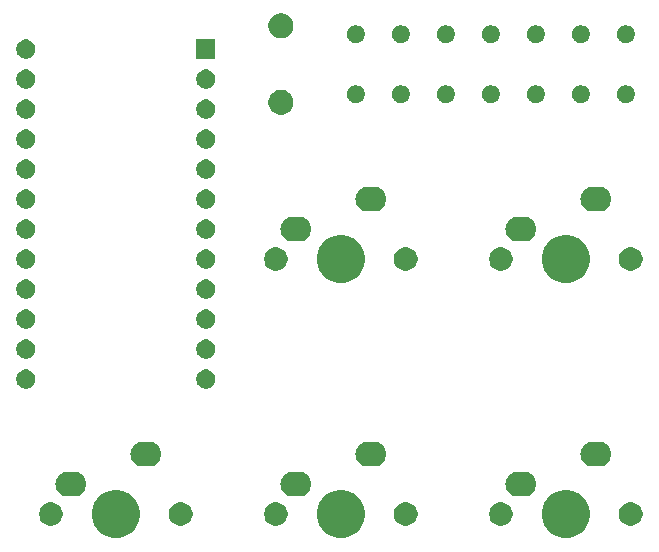
<source format=gbr>
G04 #@! TF.GenerationSoftware,KiCad,Pcbnew,(5.1.2)-1*
G04 #@! TF.CreationDate,2022-03-23T05:24:54+09:00*
G04 #@! TF.ProjectId,pcb,7063622e-6b69-4636-9164-5f7063625858,rev?*
G04 #@! TF.SameCoordinates,Original*
G04 #@! TF.FileFunction,Soldermask,Bot*
G04 #@! TF.FilePolarity,Negative*
%FSLAX46Y46*%
G04 Gerber Fmt 4.6, Leading zero omitted, Abs format (unit mm)*
G04 Created by KiCad (PCBNEW (5.1.2)-1) date 2022-03-23 05:24:54*
%MOMM*%
%LPD*%
G04 APERTURE LIST*
%ADD10C,0.100000*%
G04 APERTURE END LIST*
D10*
G36*
X79338254Y-177097818D02*
G01*
X79711511Y-177252426D01*
X79711513Y-177252427D01*
X79747937Y-177276765D01*
X80047436Y-177476884D01*
X80333116Y-177762564D01*
X80557574Y-178098489D01*
X80712182Y-178471746D01*
X80791000Y-178867993D01*
X80791000Y-179272007D01*
X80712182Y-179668254D01*
X80561293Y-180032532D01*
X80557573Y-180041513D01*
X80333116Y-180377436D01*
X80047436Y-180663116D01*
X79711513Y-180887573D01*
X79711512Y-180887574D01*
X79711511Y-180887574D01*
X79338254Y-181042182D01*
X78942007Y-181121000D01*
X78537993Y-181121000D01*
X78141746Y-181042182D01*
X77768489Y-180887574D01*
X77768488Y-180887574D01*
X77768487Y-180887573D01*
X77432564Y-180663116D01*
X77146884Y-180377436D01*
X76922427Y-180041513D01*
X76918707Y-180032532D01*
X76767818Y-179668254D01*
X76689000Y-179272007D01*
X76689000Y-178867993D01*
X76767818Y-178471746D01*
X76922426Y-178098489D01*
X77146884Y-177762564D01*
X77432564Y-177476884D01*
X77732063Y-177276765D01*
X77768487Y-177252427D01*
X77768489Y-177252426D01*
X78141746Y-177097818D01*
X78537993Y-177019000D01*
X78942007Y-177019000D01*
X79338254Y-177097818D01*
X79338254Y-177097818D01*
G37*
G36*
X60288254Y-177097818D02*
G01*
X60661511Y-177252426D01*
X60661513Y-177252427D01*
X60697937Y-177276765D01*
X60997436Y-177476884D01*
X61283116Y-177762564D01*
X61507574Y-178098489D01*
X61662182Y-178471746D01*
X61741000Y-178867993D01*
X61741000Y-179272007D01*
X61662182Y-179668254D01*
X61511293Y-180032532D01*
X61507573Y-180041513D01*
X61283116Y-180377436D01*
X60997436Y-180663116D01*
X60661513Y-180887573D01*
X60661512Y-180887574D01*
X60661511Y-180887574D01*
X60288254Y-181042182D01*
X59892007Y-181121000D01*
X59487993Y-181121000D01*
X59091746Y-181042182D01*
X58718489Y-180887574D01*
X58718488Y-180887574D01*
X58718487Y-180887573D01*
X58382564Y-180663116D01*
X58096884Y-180377436D01*
X57872427Y-180041513D01*
X57868707Y-180032532D01*
X57717818Y-179668254D01*
X57639000Y-179272007D01*
X57639000Y-178867993D01*
X57717818Y-178471746D01*
X57872426Y-178098489D01*
X58096884Y-177762564D01*
X58382564Y-177476884D01*
X58682063Y-177276765D01*
X58718487Y-177252427D01*
X58718489Y-177252426D01*
X59091746Y-177097818D01*
X59487993Y-177019000D01*
X59892007Y-177019000D01*
X60288254Y-177097818D01*
X60288254Y-177097818D01*
G37*
G36*
X41238254Y-177097818D02*
G01*
X41611511Y-177252426D01*
X41611513Y-177252427D01*
X41647937Y-177276765D01*
X41947436Y-177476884D01*
X42233116Y-177762564D01*
X42457574Y-178098489D01*
X42612182Y-178471746D01*
X42691000Y-178867993D01*
X42691000Y-179272007D01*
X42612182Y-179668254D01*
X42461293Y-180032532D01*
X42457573Y-180041513D01*
X42233116Y-180377436D01*
X41947436Y-180663116D01*
X41611513Y-180887573D01*
X41611512Y-180887574D01*
X41611511Y-180887574D01*
X41238254Y-181042182D01*
X40842007Y-181121000D01*
X40437993Y-181121000D01*
X40041746Y-181042182D01*
X39668489Y-180887574D01*
X39668488Y-180887574D01*
X39668487Y-180887573D01*
X39332564Y-180663116D01*
X39046884Y-180377436D01*
X38822427Y-180041513D01*
X38818707Y-180032532D01*
X38667818Y-179668254D01*
X38589000Y-179272007D01*
X38589000Y-178867993D01*
X38667818Y-178471746D01*
X38822426Y-178098489D01*
X39046884Y-177762564D01*
X39332564Y-177476884D01*
X39632063Y-177276765D01*
X39668487Y-177252427D01*
X39668489Y-177252426D01*
X40041746Y-177097818D01*
X40437993Y-177019000D01*
X40842007Y-177019000D01*
X41238254Y-177097818D01*
X41238254Y-177097818D01*
G37*
G36*
X65385285Y-178088234D02*
G01*
X65481981Y-178107468D01*
X65664151Y-178182926D01*
X65828100Y-178292473D01*
X65967527Y-178431900D01*
X66077074Y-178595849D01*
X66152532Y-178778019D01*
X66191000Y-178971410D01*
X66191000Y-179168590D01*
X66152532Y-179361981D01*
X66077074Y-179544151D01*
X65967527Y-179708100D01*
X65828100Y-179847527D01*
X65664151Y-179957074D01*
X65481981Y-180032532D01*
X65288591Y-180071000D01*
X65091409Y-180071000D01*
X64898019Y-180032532D01*
X64715849Y-179957074D01*
X64551900Y-179847527D01*
X64412473Y-179708100D01*
X64302926Y-179544151D01*
X64227468Y-179361981D01*
X64189000Y-179168590D01*
X64189000Y-178971410D01*
X64227468Y-178778019D01*
X64302926Y-178595849D01*
X64412473Y-178431900D01*
X64551900Y-178292473D01*
X64715849Y-178182926D01*
X64898019Y-178107468D01*
X64994715Y-178088234D01*
X65091409Y-178069000D01*
X65288591Y-178069000D01*
X65385285Y-178088234D01*
X65385285Y-178088234D01*
G37*
G36*
X84435285Y-178088234D02*
G01*
X84531981Y-178107468D01*
X84714151Y-178182926D01*
X84878100Y-178292473D01*
X85017527Y-178431900D01*
X85127074Y-178595849D01*
X85202532Y-178778019D01*
X85241000Y-178971410D01*
X85241000Y-179168590D01*
X85202532Y-179361981D01*
X85127074Y-179544151D01*
X85017527Y-179708100D01*
X84878100Y-179847527D01*
X84714151Y-179957074D01*
X84531981Y-180032532D01*
X84338591Y-180071000D01*
X84141409Y-180071000D01*
X83948019Y-180032532D01*
X83765849Y-179957074D01*
X83601900Y-179847527D01*
X83462473Y-179708100D01*
X83352926Y-179544151D01*
X83277468Y-179361981D01*
X83239000Y-179168590D01*
X83239000Y-178971410D01*
X83277468Y-178778019D01*
X83352926Y-178595849D01*
X83462473Y-178431900D01*
X83601900Y-178292473D01*
X83765849Y-178182926D01*
X83948019Y-178107468D01*
X84044715Y-178088234D01*
X84141409Y-178069000D01*
X84338591Y-178069000D01*
X84435285Y-178088234D01*
X84435285Y-178088234D01*
G37*
G36*
X73435285Y-178088234D02*
G01*
X73531981Y-178107468D01*
X73714151Y-178182926D01*
X73878100Y-178292473D01*
X74017527Y-178431900D01*
X74127074Y-178595849D01*
X74202532Y-178778019D01*
X74241000Y-178971410D01*
X74241000Y-179168590D01*
X74202532Y-179361981D01*
X74127074Y-179544151D01*
X74017527Y-179708100D01*
X73878100Y-179847527D01*
X73714151Y-179957074D01*
X73531981Y-180032532D01*
X73338591Y-180071000D01*
X73141409Y-180071000D01*
X72948019Y-180032532D01*
X72765849Y-179957074D01*
X72601900Y-179847527D01*
X72462473Y-179708100D01*
X72352926Y-179544151D01*
X72277468Y-179361981D01*
X72239000Y-179168590D01*
X72239000Y-178971410D01*
X72277468Y-178778019D01*
X72352926Y-178595849D01*
X72462473Y-178431900D01*
X72601900Y-178292473D01*
X72765849Y-178182926D01*
X72948019Y-178107468D01*
X73044715Y-178088234D01*
X73141409Y-178069000D01*
X73338591Y-178069000D01*
X73435285Y-178088234D01*
X73435285Y-178088234D01*
G37*
G36*
X46335285Y-178088234D02*
G01*
X46431981Y-178107468D01*
X46614151Y-178182926D01*
X46778100Y-178292473D01*
X46917527Y-178431900D01*
X47027074Y-178595849D01*
X47102532Y-178778019D01*
X47141000Y-178971410D01*
X47141000Y-179168590D01*
X47102532Y-179361981D01*
X47027074Y-179544151D01*
X46917527Y-179708100D01*
X46778100Y-179847527D01*
X46614151Y-179957074D01*
X46431981Y-180032532D01*
X46238591Y-180071000D01*
X46041409Y-180071000D01*
X45848019Y-180032532D01*
X45665849Y-179957074D01*
X45501900Y-179847527D01*
X45362473Y-179708100D01*
X45252926Y-179544151D01*
X45177468Y-179361981D01*
X45139000Y-179168590D01*
X45139000Y-178971410D01*
X45177468Y-178778019D01*
X45252926Y-178595849D01*
X45362473Y-178431900D01*
X45501900Y-178292473D01*
X45665849Y-178182926D01*
X45848019Y-178107468D01*
X45944715Y-178088234D01*
X46041409Y-178069000D01*
X46238591Y-178069000D01*
X46335285Y-178088234D01*
X46335285Y-178088234D01*
G37*
G36*
X35335285Y-178088234D02*
G01*
X35431981Y-178107468D01*
X35614151Y-178182926D01*
X35778100Y-178292473D01*
X35917527Y-178431900D01*
X36027074Y-178595849D01*
X36102532Y-178778019D01*
X36141000Y-178971410D01*
X36141000Y-179168590D01*
X36102532Y-179361981D01*
X36027074Y-179544151D01*
X35917527Y-179708100D01*
X35778100Y-179847527D01*
X35614151Y-179957074D01*
X35431981Y-180032532D01*
X35238591Y-180071000D01*
X35041409Y-180071000D01*
X34848019Y-180032532D01*
X34665849Y-179957074D01*
X34501900Y-179847527D01*
X34362473Y-179708100D01*
X34252926Y-179544151D01*
X34177468Y-179361981D01*
X34139000Y-179168590D01*
X34139000Y-178971410D01*
X34177468Y-178778019D01*
X34252926Y-178595849D01*
X34362473Y-178431900D01*
X34501900Y-178292473D01*
X34665849Y-178182926D01*
X34848019Y-178107468D01*
X34944715Y-178088234D01*
X35041409Y-178069000D01*
X35238591Y-178069000D01*
X35335285Y-178088234D01*
X35335285Y-178088234D01*
G37*
G36*
X54385285Y-178088234D02*
G01*
X54481981Y-178107468D01*
X54664151Y-178182926D01*
X54828100Y-178292473D01*
X54967527Y-178431900D01*
X55077074Y-178595849D01*
X55152532Y-178778019D01*
X55191000Y-178971410D01*
X55191000Y-179168590D01*
X55152532Y-179361981D01*
X55077074Y-179544151D01*
X54967527Y-179708100D01*
X54828100Y-179847527D01*
X54664151Y-179957074D01*
X54481981Y-180032532D01*
X54288591Y-180071000D01*
X54091409Y-180071000D01*
X53898019Y-180032532D01*
X53715849Y-179957074D01*
X53551900Y-179847527D01*
X53412473Y-179708100D01*
X53302926Y-179544151D01*
X53227468Y-179361981D01*
X53189000Y-179168590D01*
X53189000Y-178971410D01*
X53227468Y-178778019D01*
X53302926Y-178595849D01*
X53412473Y-178431900D01*
X53551900Y-178292473D01*
X53715849Y-178182926D01*
X53898019Y-178107468D01*
X53994715Y-178088234D01*
X54091409Y-178069000D01*
X54288591Y-178069000D01*
X54385285Y-178088234D01*
X54385285Y-178088234D01*
G37*
G36*
X37183097Y-175484069D02*
G01*
X37286032Y-175494207D01*
X37484146Y-175554305D01*
X37484149Y-175554306D01*
X37580975Y-175606061D01*
X37666729Y-175651897D01*
X37826765Y-175783235D01*
X37958103Y-175943271D01*
X38003939Y-176029025D01*
X38055694Y-176125851D01*
X38055695Y-176125854D01*
X38115793Y-176323968D01*
X38136085Y-176530000D01*
X38115793Y-176736032D01*
X38055695Y-176934146D01*
X38055694Y-176934149D01*
X38010340Y-177019000D01*
X37958103Y-177116729D01*
X37826765Y-177276765D01*
X37666729Y-177408103D01*
X37580975Y-177453939D01*
X37484149Y-177505694D01*
X37484146Y-177505695D01*
X37286032Y-177565793D01*
X37183097Y-177575931D01*
X37131631Y-177581000D01*
X36528369Y-177581000D01*
X36476903Y-177575931D01*
X36373968Y-177565793D01*
X36175854Y-177505695D01*
X36175851Y-177505694D01*
X36079025Y-177453939D01*
X35993271Y-177408103D01*
X35833235Y-177276765D01*
X35701897Y-177116729D01*
X35649660Y-177019000D01*
X35604306Y-176934149D01*
X35604305Y-176934146D01*
X35544207Y-176736032D01*
X35523915Y-176530000D01*
X35544207Y-176323968D01*
X35604305Y-176125854D01*
X35604306Y-176125851D01*
X35656061Y-176029025D01*
X35701897Y-175943271D01*
X35833235Y-175783235D01*
X35993271Y-175651897D01*
X36079025Y-175606061D01*
X36175851Y-175554306D01*
X36175854Y-175554305D01*
X36373968Y-175494207D01*
X36476903Y-175484069D01*
X36528369Y-175479000D01*
X37131631Y-175479000D01*
X37183097Y-175484069D01*
X37183097Y-175484069D01*
G37*
G36*
X56233097Y-175484069D02*
G01*
X56336032Y-175494207D01*
X56534146Y-175554305D01*
X56534149Y-175554306D01*
X56630975Y-175606061D01*
X56716729Y-175651897D01*
X56876765Y-175783235D01*
X57008103Y-175943271D01*
X57053939Y-176029025D01*
X57105694Y-176125851D01*
X57105695Y-176125854D01*
X57165793Y-176323968D01*
X57186085Y-176530000D01*
X57165793Y-176736032D01*
X57105695Y-176934146D01*
X57105694Y-176934149D01*
X57060340Y-177019000D01*
X57008103Y-177116729D01*
X56876765Y-177276765D01*
X56716729Y-177408103D01*
X56630975Y-177453939D01*
X56534149Y-177505694D01*
X56534146Y-177505695D01*
X56336032Y-177565793D01*
X56233097Y-177575931D01*
X56181631Y-177581000D01*
X55578369Y-177581000D01*
X55526903Y-177575931D01*
X55423968Y-177565793D01*
X55225854Y-177505695D01*
X55225851Y-177505694D01*
X55129025Y-177453939D01*
X55043271Y-177408103D01*
X54883235Y-177276765D01*
X54751897Y-177116729D01*
X54699660Y-177019000D01*
X54654306Y-176934149D01*
X54654305Y-176934146D01*
X54594207Y-176736032D01*
X54573915Y-176530000D01*
X54594207Y-176323968D01*
X54654305Y-176125854D01*
X54654306Y-176125851D01*
X54706061Y-176029025D01*
X54751897Y-175943271D01*
X54883235Y-175783235D01*
X55043271Y-175651897D01*
X55129025Y-175606061D01*
X55225851Y-175554306D01*
X55225854Y-175554305D01*
X55423968Y-175494207D01*
X55526903Y-175484069D01*
X55578369Y-175479000D01*
X56181631Y-175479000D01*
X56233097Y-175484069D01*
X56233097Y-175484069D01*
G37*
G36*
X75283097Y-175484069D02*
G01*
X75386032Y-175494207D01*
X75584146Y-175554305D01*
X75584149Y-175554306D01*
X75680975Y-175606061D01*
X75766729Y-175651897D01*
X75926765Y-175783235D01*
X76058103Y-175943271D01*
X76103939Y-176029025D01*
X76155694Y-176125851D01*
X76155695Y-176125854D01*
X76215793Y-176323968D01*
X76236085Y-176530000D01*
X76215793Y-176736032D01*
X76155695Y-176934146D01*
X76155694Y-176934149D01*
X76110340Y-177019000D01*
X76058103Y-177116729D01*
X75926765Y-177276765D01*
X75766729Y-177408103D01*
X75680975Y-177453939D01*
X75584149Y-177505694D01*
X75584146Y-177505695D01*
X75386032Y-177565793D01*
X75283097Y-177575931D01*
X75231631Y-177581000D01*
X74628369Y-177581000D01*
X74576903Y-177575931D01*
X74473968Y-177565793D01*
X74275854Y-177505695D01*
X74275851Y-177505694D01*
X74179025Y-177453939D01*
X74093271Y-177408103D01*
X73933235Y-177276765D01*
X73801897Y-177116729D01*
X73749660Y-177019000D01*
X73704306Y-176934149D01*
X73704305Y-176934146D01*
X73644207Y-176736032D01*
X73623915Y-176530000D01*
X73644207Y-176323968D01*
X73704305Y-176125854D01*
X73704306Y-176125851D01*
X73756061Y-176029025D01*
X73801897Y-175943271D01*
X73933235Y-175783235D01*
X74093271Y-175651897D01*
X74179025Y-175606061D01*
X74275851Y-175554306D01*
X74275854Y-175554305D01*
X74473968Y-175494207D01*
X74576903Y-175484069D01*
X74628369Y-175479000D01*
X75231631Y-175479000D01*
X75283097Y-175484069D01*
X75283097Y-175484069D01*
G37*
G36*
X62583097Y-172944069D02*
G01*
X62686032Y-172954207D01*
X62884146Y-173014305D01*
X62884149Y-173014306D01*
X62980975Y-173066061D01*
X63066729Y-173111897D01*
X63226765Y-173243235D01*
X63358103Y-173403271D01*
X63403939Y-173489025D01*
X63455694Y-173585851D01*
X63455695Y-173585854D01*
X63515793Y-173783968D01*
X63536085Y-173990000D01*
X63515793Y-174196032D01*
X63455695Y-174394146D01*
X63455694Y-174394149D01*
X63403939Y-174490975D01*
X63358103Y-174576729D01*
X63226765Y-174736765D01*
X63066729Y-174868103D01*
X62980975Y-174913939D01*
X62884149Y-174965694D01*
X62884146Y-174965695D01*
X62686032Y-175025793D01*
X62583097Y-175035931D01*
X62531631Y-175041000D01*
X61928369Y-175041000D01*
X61876903Y-175035931D01*
X61773968Y-175025793D01*
X61575854Y-174965695D01*
X61575851Y-174965694D01*
X61479025Y-174913939D01*
X61393271Y-174868103D01*
X61233235Y-174736765D01*
X61101897Y-174576729D01*
X61056061Y-174490975D01*
X61004306Y-174394149D01*
X61004305Y-174394146D01*
X60944207Y-174196032D01*
X60923915Y-173990000D01*
X60944207Y-173783968D01*
X61004305Y-173585854D01*
X61004306Y-173585851D01*
X61056061Y-173489025D01*
X61101897Y-173403271D01*
X61233235Y-173243235D01*
X61393271Y-173111897D01*
X61479025Y-173066061D01*
X61575851Y-173014306D01*
X61575854Y-173014305D01*
X61773968Y-172954207D01*
X61876903Y-172944069D01*
X61928369Y-172939000D01*
X62531631Y-172939000D01*
X62583097Y-172944069D01*
X62583097Y-172944069D01*
G37*
G36*
X81633097Y-172944069D02*
G01*
X81736032Y-172954207D01*
X81934146Y-173014305D01*
X81934149Y-173014306D01*
X82030975Y-173066061D01*
X82116729Y-173111897D01*
X82276765Y-173243235D01*
X82408103Y-173403271D01*
X82453939Y-173489025D01*
X82505694Y-173585851D01*
X82505695Y-173585854D01*
X82565793Y-173783968D01*
X82586085Y-173990000D01*
X82565793Y-174196032D01*
X82505695Y-174394146D01*
X82505694Y-174394149D01*
X82453939Y-174490975D01*
X82408103Y-174576729D01*
X82276765Y-174736765D01*
X82116729Y-174868103D01*
X82030975Y-174913939D01*
X81934149Y-174965694D01*
X81934146Y-174965695D01*
X81736032Y-175025793D01*
X81633097Y-175035931D01*
X81581631Y-175041000D01*
X80978369Y-175041000D01*
X80926903Y-175035931D01*
X80823968Y-175025793D01*
X80625854Y-174965695D01*
X80625851Y-174965694D01*
X80529025Y-174913939D01*
X80443271Y-174868103D01*
X80283235Y-174736765D01*
X80151897Y-174576729D01*
X80106061Y-174490975D01*
X80054306Y-174394149D01*
X80054305Y-174394146D01*
X79994207Y-174196032D01*
X79973915Y-173990000D01*
X79994207Y-173783968D01*
X80054305Y-173585854D01*
X80054306Y-173585851D01*
X80106061Y-173489025D01*
X80151897Y-173403271D01*
X80283235Y-173243235D01*
X80443271Y-173111897D01*
X80529025Y-173066061D01*
X80625851Y-173014306D01*
X80625854Y-173014305D01*
X80823968Y-172954207D01*
X80926903Y-172944069D01*
X80978369Y-172939000D01*
X81581631Y-172939000D01*
X81633097Y-172944069D01*
X81633097Y-172944069D01*
G37*
G36*
X43533097Y-172944069D02*
G01*
X43636032Y-172954207D01*
X43834146Y-173014305D01*
X43834149Y-173014306D01*
X43930975Y-173066061D01*
X44016729Y-173111897D01*
X44176765Y-173243235D01*
X44308103Y-173403271D01*
X44353939Y-173489025D01*
X44405694Y-173585851D01*
X44405695Y-173585854D01*
X44465793Y-173783968D01*
X44486085Y-173990000D01*
X44465793Y-174196032D01*
X44405695Y-174394146D01*
X44405694Y-174394149D01*
X44353939Y-174490975D01*
X44308103Y-174576729D01*
X44176765Y-174736765D01*
X44016729Y-174868103D01*
X43930975Y-174913939D01*
X43834149Y-174965694D01*
X43834146Y-174965695D01*
X43636032Y-175025793D01*
X43533097Y-175035931D01*
X43481631Y-175041000D01*
X42878369Y-175041000D01*
X42826903Y-175035931D01*
X42723968Y-175025793D01*
X42525854Y-174965695D01*
X42525851Y-174965694D01*
X42429025Y-174913939D01*
X42343271Y-174868103D01*
X42183235Y-174736765D01*
X42051897Y-174576729D01*
X42006061Y-174490975D01*
X41954306Y-174394149D01*
X41954305Y-174394146D01*
X41894207Y-174196032D01*
X41873915Y-173990000D01*
X41894207Y-173783968D01*
X41954305Y-173585854D01*
X41954306Y-173585851D01*
X42006061Y-173489025D01*
X42051897Y-173403271D01*
X42183235Y-173243235D01*
X42343271Y-173111897D01*
X42429025Y-173066061D01*
X42525851Y-173014306D01*
X42525854Y-173014305D01*
X42723968Y-172954207D01*
X42826903Y-172944069D01*
X42878369Y-172939000D01*
X43481631Y-172939000D01*
X43533097Y-172944069D01*
X43533097Y-172944069D01*
G37*
G36*
X48497142Y-166858242D02*
G01*
X48645101Y-166919529D01*
X48778255Y-167008499D01*
X48891501Y-167121745D01*
X48980471Y-167254899D01*
X49041758Y-167402858D01*
X49073000Y-167559925D01*
X49073000Y-167720075D01*
X49041758Y-167877142D01*
X48980471Y-168025101D01*
X48891501Y-168158255D01*
X48778255Y-168271501D01*
X48645101Y-168360471D01*
X48497142Y-168421758D01*
X48340075Y-168453000D01*
X48179925Y-168453000D01*
X48022858Y-168421758D01*
X47874899Y-168360471D01*
X47741745Y-168271501D01*
X47628499Y-168158255D01*
X47539529Y-168025101D01*
X47478242Y-167877142D01*
X47447000Y-167720075D01*
X47447000Y-167559925D01*
X47478242Y-167402858D01*
X47539529Y-167254899D01*
X47628499Y-167121745D01*
X47741745Y-167008499D01*
X47874899Y-166919529D01*
X48022858Y-166858242D01*
X48179925Y-166827000D01*
X48340075Y-166827000D01*
X48497142Y-166858242D01*
X48497142Y-166858242D01*
G37*
G36*
X33257142Y-166858242D02*
G01*
X33405101Y-166919529D01*
X33538255Y-167008499D01*
X33651501Y-167121745D01*
X33740471Y-167254899D01*
X33801758Y-167402858D01*
X33833000Y-167559925D01*
X33833000Y-167720075D01*
X33801758Y-167877142D01*
X33740471Y-168025101D01*
X33651501Y-168158255D01*
X33538255Y-168271501D01*
X33405101Y-168360471D01*
X33257142Y-168421758D01*
X33100075Y-168453000D01*
X32939925Y-168453000D01*
X32782858Y-168421758D01*
X32634899Y-168360471D01*
X32501745Y-168271501D01*
X32388499Y-168158255D01*
X32299529Y-168025101D01*
X32238242Y-167877142D01*
X32207000Y-167720075D01*
X32207000Y-167559925D01*
X32238242Y-167402858D01*
X32299529Y-167254899D01*
X32388499Y-167121745D01*
X32501745Y-167008499D01*
X32634899Y-166919529D01*
X32782858Y-166858242D01*
X32939925Y-166827000D01*
X33100075Y-166827000D01*
X33257142Y-166858242D01*
X33257142Y-166858242D01*
G37*
G36*
X33257142Y-164318242D02*
G01*
X33405101Y-164379529D01*
X33538255Y-164468499D01*
X33651501Y-164581745D01*
X33740471Y-164714899D01*
X33801758Y-164862858D01*
X33833000Y-165019925D01*
X33833000Y-165180075D01*
X33801758Y-165337142D01*
X33740471Y-165485101D01*
X33651501Y-165618255D01*
X33538255Y-165731501D01*
X33405101Y-165820471D01*
X33257142Y-165881758D01*
X33100075Y-165913000D01*
X32939925Y-165913000D01*
X32782858Y-165881758D01*
X32634899Y-165820471D01*
X32501745Y-165731501D01*
X32388499Y-165618255D01*
X32299529Y-165485101D01*
X32238242Y-165337142D01*
X32207000Y-165180075D01*
X32207000Y-165019925D01*
X32238242Y-164862858D01*
X32299529Y-164714899D01*
X32388499Y-164581745D01*
X32501745Y-164468499D01*
X32634899Y-164379529D01*
X32782858Y-164318242D01*
X32939925Y-164287000D01*
X33100075Y-164287000D01*
X33257142Y-164318242D01*
X33257142Y-164318242D01*
G37*
G36*
X48497142Y-164318242D02*
G01*
X48645101Y-164379529D01*
X48778255Y-164468499D01*
X48891501Y-164581745D01*
X48980471Y-164714899D01*
X49041758Y-164862858D01*
X49073000Y-165019925D01*
X49073000Y-165180075D01*
X49041758Y-165337142D01*
X48980471Y-165485101D01*
X48891501Y-165618255D01*
X48778255Y-165731501D01*
X48645101Y-165820471D01*
X48497142Y-165881758D01*
X48340075Y-165913000D01*
X48179925Y-165913000D01*
X48022858Y-165881758D01*
X47874899Y-165820471D01*
X47741745Y-165731501D01*
X47628499Y-165618255D01*
X47539529Y-165485101D01*
X47478242Y-165337142D01*
X47447000Y-165180075D01*
X47447000Y-165019925D01*
X47478242Y-164862858D01*
X47539529Y-164714899D01*
X47628499Y-164581745D01*
X47741745Y-164468499D01*
X47874899Y-164379529D01*
X48022858Y-164318242D01*
X48179925Y-164287000D01*
X48340075Y-164287000D01*
X48497142Y-164318242D01*
X48497142Y-164318242D01*
G37*
G36*
X48497142Y-161778242D02*
G01*
X48645101Y-161839529D01*
X48778255Y-161928499D01*
X48891501Y-162041745D01*
X48980471Y-162174899D01*
X49041758Y-162322858D01*
X49073000Y-162479925D01*
X49073000Y-162640075D01*
X49041758Y-162797142D01*
X48980471Y-162945101D01*
X48891501Y-163078255D01*
X48778255Y-163191501D01*
X48645101Y-163280471D01*
X48497142Y-163341758D01*
X48340075Y-163373000D01*
X48179925Y-163373000D01*
X48022858Y-163341758D01*
X47874899Y-163280471D01*
X47741745Y-163191501D01*
X47628499Y-163078255D01*
X47539529Y-162945101D01*
X47478242Y-162797142D01*
X47447000Y-162640075D01*
X47447000Y-162479925D01*
X47478242Y-162322858D01*
X47539529Y-162174899D01*
X47628499Y-162041745D01*
X47741745Y-161928499D01*
X47874899Y-161839529D01*
X48022858Y-161778242D01*
X48179925Y-161747000D01*
X48340075Y-161747000D01*
X48497142Y-161778242D01*
X48497142Y-161778242D01*
G37*
G36*
X33257142Y-161778242D02*
G01*
X33405101Y-161839529D01*
X33538255Y-161928499D01*
X33651501Y-162041745D01*
X33740471Y-162174899D01*
X33801758Y-162322858D01*
X33833000Y-162479925D01*
X33833000Y-162640075D01*
X33801758Y-162797142D01*
X33740471Y-162945101D01*
X33651501Y-163078255D01*
X33538255Y-163191501D01*
X33405101Y-163280471D01*
X33257142Y-163341758D01*
X33100075Y-163373000D01*
X32939925Y-163373000D01*
X32782858Y-163341758D01*
X32634899Y-163280471D01*
X32501745Y-163191501D01*
X32388499Y-163078255D01*
X32299529Y-162945101D01*
X32238242Y-162797142D01*
X32207000Y-162640075D01*
X32207000Y-162479925D01*
X32238242Y-162322858D01*
X32299529Y-162174899D01*
X32388499Y-162041745D01*
X32501745Y-161928499D01*
X32634899Y-161839529D01*
X32782858Y-161778242D01*
X32939925Y-161747000D01*
X33100075Y-161747000D01*
X33257142Y-161778242D01*
X33257142Y-161778242D01*
G37*
G36*
X33257142Y-159238242D02*
G01*
X33405101Y-159299529D01*
X33538255Y-159388499D01*
X33651501Y-159501745D01*
X33740471Y-159634899D01*
X33801758Y-159782858D01*
X33833000Y-159939925D01*
X33833000Y-160100075D01*
X33801758Y-160257142D01*
X33740471Y-160405101D01*
X33651501Y-160538255D01*
X33538255Y-160651501D01*
X33405101Y-160740471D01*
X33257142Y-160801758D01*
X33100075Y-160833000D01*
X32939925Y-160833000D01*
X32782858Y-160801758D01*
X32634899Y-160740471D01*
X32501745Y-160651501D01*
X32388499Y-160538255D01*
X32299529Y-160405101D01*
X32238242Y-160257142D01*
X32207000Y-160100075D01*
X32207000Y-159939925D01*
X32238242Y-159782858D01*
X32299529Y-159634899D01*
X32388499Y-159501745D01*
X32501745Y-159388499D01*
X32634899Y-159299529D01*
X32782858Y-159238242D01*
X32939925Y-159207000D01*
X33100075Y-159207000D01*
X33257142Y-159238242D01*
X33257142Y-159238242D01*
G37*
G36*
X48497142Y-159238242D02*
G01*
X48645101Y-159299529D01*
X48778255Y-159388499D01*
X48891501Y-159501745D01*
X48980471Y-159634899D01*
X49041758Y-159782858D01*
X49073000Y-159939925D01*
X49073000Y-160100075D01*
X49041758Y-160257142D01*
X48980471Y-160405101D01*
X48891501Y-160538255D01*
X48778255Y-160651501D01*
X48645101Y-160740471D01*
X48497142Y-160801758D01*
X48340075Y-160833000D01*
X48179925Y-160833000D01*
X48022858Y-160801758D01*
X47874899Y-160740471D01*
X47741745Y-160651501D01*
X47628499Y-160538255D01*
X47539529Y-160405101D01*
X47478242Y-160257142D01*
X47447000Y-160100075D01*
X47447000Y-159939925D01*
X47478242Y-159782858D01*
X47539529Y-159634899D01*
X47628499Y-159501745D01*
X47741745Y-159388499D01*
X47874899Y-159299529D01*
X48022858Y-159238242D01*
X48179925Y-159207000D01*
X48340075Y-159207000D01*
X48497142Y-159238242D01*
X48497142Y-159238242D01*
G37*
G36*
X60288254Y-155507818D02*
G01*
X60656791Y-155660471D01*
X60661513Y-155662427D01*
X60697937Y-155686765D01*
X60997436Y-155886884D01*
X61283116Y-156172564D01*
X61507574Y-156508489D01*
X61662182Y-156881746D01*
X61741000Y-157277993D01*
X61741000Y-157682007D01*
X61662182Y-158078254D01*
X61511293Y-158442532D01*
X61507573Y-158451513D01*
X61283116Y-158787436D01*
X60997436Y-159073116D01*
X60661513Y-159297573D01*
X60661512Y-159297574D01*
X60661511Y-159297574D01*
X60288254Y-159452182D01*
X59892007Y-159531000D01*
X59487993Y-159531000D01*
X59091746Y-159452182D01*
X58718489Y-159297574D01*
X58718488Y-159297574D01*
X58718487Y-159297573D01*
X58382564Y-159073116D01*
X58096884Y-158787436D01*
X57872427Y-158451513D01*
X57868707Y-158442532D01*
X57717818Y-158078254D01*
X57639000Y-157682007D01*
X57639000Y-157277993D01*
X57717818Y-156881746D01*
X57872426Y-156508489D01*
X58096884Y-156172564D01*
X58382564Y-155886884D01*
X58682063Y-155686765D01*
X58718487Y-155662427D01*
X58723209Y-155660471D01*
X59091746Y-155507818D01*
X59487993Y-155429000D01*
X59892007Y-155429000D01*
X60288254Y-155507818D01*
X60288254Y-155507818D01*
G37*
G36*
X79338254Y-155507818D02*
G01*
X79706791Y-155660471D01*
X79711513Y-155662427D01*
X79747937Y-155686765D01*
X80047436Y-155886884D01*
X80333116Y-156172564D01*
X80557574Y-156508489D01*
X80712182Y-156881746D01*
X80791000Y-157277993D01*
X80791000Y-157682007D01*
X80712182Y-158078254D01*
X80561293Y-158442532D01*
X80557573Y-158451513D01*
X80333116Y-158787436D01*
X80047436Y-159073116D01*
X79711513Y-159297573D01*
X79711512Y-159297574D01*
X79711511Y-159297574D01*
X79338254Y-159452182D01*
X78942007Y-159531000D01*
X78537993Y-159531000D01*
X78141746Y-159452182D01*
X77768489Y-159297574D01*
X77768488Y-159297574D01*
X77768487Y-159297573D01*
X77432564Y-159073116D01*
X77146884Y-158787436D01*
X76922427Y-158451513D01*
X76918707Y-158442532D01*
X76767818Y-158078254D01*
X76689000Y-157682007D01*
X76689000Y-157277993D01*
X76767818Y-156881746D01*
X76922426Y-156508489D01*
X77146884Y-156172564D01*
X77432564Y-155886884D01*
X77732063Y-155686765D01*
X77768487Y-155662427D01*
X77773209Y-155660471D01*
X78141746Y-155507818D01*
X78537993Y-155429000D01*
X78942007Y-155429000D01*
X79338254Y-155507818D01*
X79338254Y-155507818D01*
G37*
G36*
X73435285Y-156498234D02*
G01*
X73531981Y-156517468D01*
X73714151Y-156592926D01*
X73878100Y-156702473D01*
X74017527Y-156841900D01*
X74127074Y-157005849D01*
X74202532Y-157188019D01*
X74241000Y-157381410D01*
X74241000Y-157578590D01*
X74202532Y-157771981D01*
X74127074Y-157954151D01*
X74017527Y-158118100D01*
X73878100Y-158257527D01*
X73714151Y-158367074D01*
X73531981Y-158442532D01*
X73338591Y-158481000D01*
X73141409Y-158481000D01*
X72948019Y-158442532D01*
X72765849Y-158367074D01*
X72601900Y-158257527D01*
X72462473Y-158118100D01*
X72352926Y-157954151D01*
X72277468Y-157771981D01*
X72239000Y-157578590D01*
X72239000Y-157381410D01*
X72277468Y-157188019D01*
X72352926Y-157005849D01*
X72462473Y-156841900D01*
X72601900Y-156702473D01*
X72765849Y-156592926D01*
X72948019Y-156517468D01*
X73044715Y-156498234D01*
X73141409Y-156479000D01*
X73338591Y-156479000D01*
X73435285Y-156498234D01*
X73435285Y-156498234D01*
G37*
G36*
X65385285Y-156498234D02*
G01*
X65481981Y-156517468D01*
X65664151Y-156592926D01*
X65828100Y-156702473D01*
X65967527Y-156841900D01*
X66077074Y-157005849D01*
X66152532Y-157188019D01*
X66191000Y-157381410D01*
X66191000Y-157578590D01*
X66152532Y-157771981D01*
X66077074Y-157954151D01*
X65967527Y-158118100D01*
X65828100Y-158257527D01*
X65664151Y-158367074D01*
X65481981Y-158442532D01*
X65288591Y-158481000D01*
X65091409Y-158481000D01*
X64898019Y-158442532D01*
X64715849Y-158367074D01*
X64551900Y-158257527D01*
X64412473Y-158118100D01*
X64302926Y-157954151D01*
X64227468Y-157771981D01*
X64189000Y-157578590D01*
X64189000Y-157381410D01*
X64227468Y-157188019D01*
X64302926Y-157005849D01*
X64412473Y-156841900D01*
X64551900Y-156702473D01*
X64715849Y-156592926D01*
X64898019Y-156517468D01*
X64994715Y-156498234D01*
X65091409Y-156479000D01*
X65288591Y-156479000D01*
X65385285Y-156498234D01*
X65385285Y-156498234D01*
G37*
G36*
X54385285Y-156498234D02*
G01*
X54481981Y-156517468D01*
X54664151Y-156592926D01*
X54828100Y-156702473D01*
X54967527Y-156841900D01*
X55077074Y-157005849D01*
X55152532Y-157188019D01*
X55191000Y-157381410D01*
X55191000Y-157578590D01*
X55152532Y-157771981D01*
X55077074Y-157954151D01*
X54967527Y-158118100D01*
X54828100Y-158257527D01*
X54664151Y-158367074D01*
X54481981Y-158442532D01*
X54288591Y-158481000D01*
X54091409Y-158481000D01*
X53898019Y-158442532D01*
X53715849Y-158367074D01*
X53551900Y-158257527D01*
X53412473Y-158118100D01*
X53302926Y-157954151D01*
X53227468Y-157771981D01*
X53189000Y-157578590D01*
X53189000Y-157381410D01*
X53227468Y-157188019D01*
X53302926Y-157005849D01*
X53412473Y-156841900D01*
X53551900Y-156702473D01*
X53715849Y-156592926D01*
X53898019Y-156517468D01*
X53994715Y-156498234D01*
X54091409Y-156479000D01*
X54288591Y-156479000D01*
X54385285Y-156498234D01*
X54385285Y-156498234D01*
G37*
G36*
X84435285Y-156498234D02*
G01*
X84531981Y-156517468D01*
X84714151Y-156592926D01*
X84878100Y-156702473D01*
X85017527Y-156841900D01*
X85127074Y-157005849D01*
X85202532Y-157188019D01*
X85241000Y-157381410D01*
X85241000Y-157578590D01*
X85202532Y-157771981D01*
X85127074Y-157954151D01*
X85017527Y-158118100D01*
X84878100Y-158257527D01*
X84714151Y-158367074D01*
X84531981Y-158442532D01*
X84338591Y-158481000D01*
X84141409Y-158481000D01*
X83948019Y-158442532D01*
X83765849Y-158367074D01*
X83601900Y-158257527D01*
X83462473Y-158118100D01*
X83352926Y-157954151D01*
X83277468Y-157771981D01*
X83239000Y-157578590D01*
X83239000Y-157381410D01*
X83277468Y-157188019D01*
X83352926Y-157005849D01*
X83462473Y-156841900D01*
X83601900Y-156702473D01*
X83765849Y-156592926D01*
X83948019Y-156517468D01*
X84044715Y-156498234D01*
X84141409Y-156479000D01*
X84338591Y-156479000D01*
X84435285Y-156498234D01*
X84435285Y-156498234D01*
G37*
G36*
X48497142Y-156698242D02*
G01*
X48645101Y-156759529D01*
X48778255Y-156848499D01*
X48891501Y-156961745D01*
X48980471Y-157094899D01*
X49041758Y-157242858D01*
X49073000Y-157399925D01*
X49073000Y-157560075D01*
X49041758Y-157717142D01*
X48980471Y-157865101D01*
X48891501Y-157998255D01*
X48778255Y-158111501D01*
X48645101Y-158200471D01*
X48497142Y-158261758D01*
X48340075Y-158293000D01*
X48179925Y-158293000D01*
X48022858Y-158261758D01*
X47874899Y-158200471D01*
X47741745Y-158111501D01*
X47628499Y-157998255D01*
X47539529Y-157865101D01*
X47478242Y-157717142D01*
X47447000Y-157560075D01*
X47447000Y-157399925D01*
X47478242Y-157242858D01*
X47539529Y-157094899D01*
X47628499Y-156961745D01*
X47741745Y-156848499D01*
X47874899Y-156759529D01*
X48022858Y-156698242D01*
X48179925Y-156667000D01*
X48340075Y-156667000D01*
X48497142Y-156698242D01*
X48497142Y-156698242D01*
G37*
G36*
X33257142Y-156698242D02*
G01*
X33405101Y-156759529D01*
X33538255Y-156848499D01*
X33651501Y-156961745D01*
X33740471Y-157094899D01*
X33801758Y-157242858D01*
X33833000Y-157399925D01*
X33833000Y-157560075D01*
X33801758Y-157717142D01*
X33740471Y-157865101D01*
X33651501Y-157998255D01*
X33538255Y-158111501D01*
X33405101Y-158200471D01*
X33257142Y-158261758D01*
X33100075Y-158293000D01*
X32939925Y-158293000D01*
X32782858Y-158261758D01*
X32634899Y-158200471D01*
X32501745Y-158111501D01*
X32388499Y-157998255D01*
X32299529Y-157865101D01*
X32238242Y-157717142D01*
X32207000Y-157560075D01*
X32207000Y-157399925D01*
X32238242Y-157242858D01*
X32299529Y-157094899D01*
X32388499Y-156961745D01*
X32501745Y-156848499D01*
X32634899Y-156759529D01*
X32782858Y-156698242D01*
X32939925Y-156667000D01*
X33100075Y-156667000D01*
X33257142Y-156698242D01*
X33257142Y-156698242D01*
G37*
G36*
X56233097Y-153894069D02*
G01*
X56336032Y-153904207D01*
X56534146Y-153964305D01*
X56534149Y-153964306D01*
X56630975Y-154016061D01*
X56716729Y-154061897D01*
X56876765Y-154193235D01*
X57008103Y-154353271D01*
X57044702Y-154421743D01*
X57105694Y-154535851D01*
X57105695Y-154535854D01*
X57165793Y-154733968D01*
X57186085Y-154940000D01*
X57165793Y-155146032D01*
X57111472Y-155325101D01*
X57105694Y-155344149D01*
X57060340Y-155429000D01*
X57008103Y-155526729D01*
X56876765Y-155686765D01*
X56716729Y-155818103D01*
X56630975Y-155863939D01*
X56534149Y-155915694D01*
X56534146Y-155915695D01*
X56336032Y-155975793D01*
X56233097Y-155985931D01*
X56181631Y-155991000D01*
X55578369Y-155991000D01*
X55526903Y-155985931D01*
X55423968Y-155975793D01*
X55225854Y-155915695D01*
X55225851Y-155915694D01*
X55129025Y-155863939D01*
X55043271Y-155818103D01*
X54883235Y-155686765D01*
X54751897Y-155526729D01*
X54699660Y-155429000D01*
X54654306Y-155344149D01*
X54648528Y-155325101D01*
X54594207Y-155146032D01*
X54573915Y-154940000D01*
X54594207Y-154733968D01*
X54654305Y-154535854D01*
X54654306Y-154535851D01*
X54715298Y-154421743D01*
X54751897Y-154353271D01*
X54883235Y-154193235D01*
X55043271Y-154061897D01*
X55129025Y-154016061D01*
X55225851Y-153964306D01*
X55225854Y-153964305D01*
X55423968Y-153904207D01*
X55526903Y-153894069D01*
X55578369Y-153889000D01*
X56181631Y-153889000D01*
X56233097Y-153894069D01*
X56233097Y-153894069D01*
G37*
G36*
X75283097Y-153894069D02*
G01*
X75386032Y-153904207D01*
X75584146Y-153964305D01*
X75584149Y-153964306D01*
X75680975Y-154016061D01*
X75766729Y-154061897D01*
X75926765Y-154193235D01*
X76058103Y-154353271D01*
X76094702Y-154421743D01*
X76155694Y-154535851D01*
X76155695Y-154535854D01*
X76215793Y-154733968D01*
X76236085Y-154940000D01*
X76215793Y-155146032D01*
X76161472Y-155325101D01*
X76155694Y-155344149D01*
X76110340Y-155429000D01*
X76058103Y-155526729D01*
X75926765Y-155686765D01*
X75766729Y-155818103D01*
X75680975Y-155863939D01*
X75584149Y-155915694D01*
X75584146Y-155915695D01*
X75386032Y-155975793D01*
X75283097Y-155985931D01*
X75231631Y-155991000D01*
X74628369Y-155991000D01*
X74576903Y-155985931D01*
X74473968Y-155975793D01*
X74275854Y-155915695D01*
X74275851Y-155915694D01*
X74179025Y-155863939D01*
X74093271Y-155818103D01*
X73933235Y-155686765D01*
X73801897Y-155526729D01*
X73749660Y-155429000D01*
X73704306Y-155344149D01*
X73698528Y-155325101D01*
X73644207Y-155146032D01*
X73623915Y-154940000D01*
X73644207Y-154733968D01*
X73704305Y-154535854D01*
X73704306Y-154535851D01*
X73765298Y-154421743D01*
X73801897Y-154353271D01*
X73933235Y-154193235D01*
X74093271Y-154061897D01*
X74179025Y-154016061D01*
X74275851Y-153964306D01*
X74275854Y-153964305D01*
X74473968Y-153904207D01*
X74576903Y-153894069D01*
X74628369Y-153889000D01*
X75231631Y-153889000D01*
X75283097Y-153894069D01*
X75283097Y-153894069D01*
G37*
G36*
X33257142Y-154158242D02*
G01*
X33405101Y-154219529D01*
X33538255Y-154308499D01*
X33651501Y-154421745D01*
X33740471Y-154554899D01*
X33801758Y-154702858D01*
X33833000Y-154859925D01*
X33833000Y-155020075D01*
X33801758Y-155177142D01*
X33740471Y-155325101D01*
X33651501Y-155458255D01*
X33538255Y-155571501D01*
X33405101Y-155660471D01*
X33257142Y-155721758D01*
X33100075Y-155753000D01*
X32939925Y-155753000D01*
X32782858Y-155721758D01*
X32634899Y-155660471D01*
X32501745Y-155571501D01*
X32388499Y-155458255D01*
X32299529Y-155325101D01*
X32238242Y-155177142D01*
X32207000Y-155020075D01*
X32207000Y-154859925D01*
X32238242Y-154702858D01*
X32299529Y-154554899D01*
X32388499Y-154421745D01*
X32501745Y-154308499D01*
X32634899Y-154219529D01*
X32782858Y-154158242D01*
X32939925Y-154127000D01*
X33100075Y-154127000D01*
X33257142Y-154158242D01*
X33257142Y-154158242D01*
G37*
G36*
X48497142Y-154158242D02*
G01*
X48645101Y-154219529D01*
X48778255Y-154308499D01*
X48891501Y-154421745D01*
X48980471Y-154554899D01*
X49041758Y-154702858D01*
X49073000Y-154859925D01*
X49073000Y-155020075D01*
X49041758Y-155177142D01*
X48980471Y-155325101D01*
X48891501Y-155458255D01*
X48778255Y-155571501D01*
X48645101Y-155660471D01*
X48497142Y-155721758D01*
X48340075Y-155753000D01*
X48179925Y-155753000D01*
X48022858Y-155721758D01*
X47874899Y-155660471D01*
X47741745Y-155571501D01*
X47628499Y-155458255D01*
X47539529Y-155325101D01*
X47478242Y-155177142D01*
X47447000Y-155020075D01*
X47447000Y-154859925D01*
X47478242Y-154702858D01*
X47539529Y-154554899D01*
X47628499Y-154421745D01*
X47741745Y-154308499D01*
X47874899Y-154219529D01*
X48022858Y-154158242D01*
X48179925Y-154127000D01*
X48340075Y-154127000D01*
X48497142Y-154158242D01*
X48497142Y-154158242D01*
G37*
G36*
X62583097Y-151354069D02*
G01*
X62686032Y-151364207D01*
X62884146Y-151424305D01*
X62884149Y-151424306D01*
X62980975Y-151476061D01*
X63066729Y-151521897D01*
X63226765Y-151653235D01*
X63358103Y-151813271D01*
X63394702Y-151881743D01*
X63455694Y-151995851D01*
X63455695Y-151995854D01*
X63515793Y-152193968D01*
X63536085Y-152400000D01*
X63515793Y-152606032D01*
X63461472Y-152785101D01*
X63455694Y-152804149D01*
X63403939Y-152900975D01*
X63358103Y-152986729D01*
X63226765Y-153146765D01*
X63066729Y-153278103D01*
X62980975Y-153323939D01*
X62884149Y-153375694D01*
X62884146Y-153375695D01*
X62686032Y-153435793D01*
X62583097Y-153445931D01*
X62531631Y-153451000D01*
X61928369Y-153451000D01*
X61876903Y-153445931D01*
X61773968Y-153435793D01*
X61575854Y-153375695D01*
X61575851Y-153375694D01*
X61479025Y-153323939D01*
X61393271Y-153278103D01*
X61233235Y-153146765D01*
X61101897Y-152986729D01*
X61056061Y-152900975D01*
X61004306Y-152804149D01*
X60998528Y-152785101D01*
X60944207Y-152606032D01*
X60923915Y-152400000D01*
X60944207Y-152193968D01*
X61004305Y-151995854D01*
X61004306Y-151995851D01*
X61065298Y-151881743D01*
X61101897Y-151813271D01*
X61233235Y-151653235D01*
X61393271Y-151521897D01*
X61479025Y-151476061D01*
X61575851Y-151424306D01*
X61575854Y-151424305D01*
X61773968Y-151364207D01*
X61876903Y-151354069D01*
X61928369Y-151349000D01*
X62531631Y-151349000D01*
X62583097Y-151354069D01*
X62583097Y-151354069D01*
G37*
G36*
X81633097Y-151354069D02*
G01*
X81736032Y-151364207D01*
X81934146Y-151424305D01*
X81934149Y-151424306D01*
X82030975Y-151476061D01*
X82116729Y-151521897D01*
X82276765Y-151653235D01*
X82408103Y-151813271D01*
X82444702Y-151881743D01*
X82505694Y-151995851D01*
X82505695Y-151995854D01*
X82565793Y-152193968D01*
X82586085Y-152400000D01*
X82565793Y-152606032D01*
X82511472Y-152785101D01*
X82505694Y-152804149D01*
X82453939Y-152900975D01*
X82408103Y-152986729D01*
X82276765Y-153146765D01*
X82116729Y-153278103D01*
X82030975Y-153323939D01*
X81934149Y-153375694D01*
X81934146Y-153375695D01*
X81736032Y-153435793D01*
X81633097Y-153445931D01*
X81581631Y-153451000D01*
X80978369Y-153451000D01*
X80926903Y-153445931D01*
X80823968Y-153435793D01*
X80625854Y-153375695D01*
X80625851Y-153375694D01*
X80529025Y-153323939D01*
X80443271Y-153278103D01*
X80283235Y-153146765D01*
X80151897Y-152986729D01*
X80106061Y-152900975D01*
X80054306Y-152804149D01*
X80048528Y-152785101D01*
X79994207Y-152606032D01*
X79973915Y-152400000D01*
X79994207Y-152193968D01*
X80054305Y-151995854D01*
X80054306Y-151995851D01*
X80115298Y-151881743D01*
X80151897Y-151813271D01*
X80283235Y-151653235D01*
X80443271Y-151521897D01*
X80529025Y-151476061D01*
X80625851Y-151424306D01*
X80625854Y-151424305D01*
X80823968Y-151364207D01*
X80926903Y-151354069D01*
X80978369Y-151349000D01*
X81581631Y-151349000D01*
X81633097Y-151354069D01*
X81633097Y-151354069D01*
G37*
G36*
X48497142Y-151618242D02*
G01*
X48645101Y-151679529D01*
X48778255Y-151768499D01*
X48891501Y-151881745D01*
X48980471Y-152014899D01*
X49041758Y-152162858D01*
X49073000Y-152319925D01*
X49073000Y-152480075D01*
X49041758Y-152637142D01*
X48980471Y-152785101D01*
X48891501Y-152918255D01*
X48778255Y-153031501D01*
X48645101Y-153120471D01*
X48497142Y-153181758D01*
X48340075Y-153213000D01*
X48179925Y-153213000D01*
X48022858Y-153181758D01*
X47874899Y-153120471D01*
X47741745Y-153031501D01*
X47628499Y-152918255D01*
X47539529Y-152785101D01*
X47478242Y-152637142D01*
X47447000Y-152480075D01*
X47447000Y-152319925D01*
X47478242Y-152162858D01*
X47539529Y-152014899D01*
X47628499Y-151881745D01*
X47741745Y-151768499D01*
X47874899Y-151679529D01*
X48022858Y-151618242D01*
X48179925Y-151587000D01*
X48340075Y-151587000D01*
X48497142Y-151618242D01*
X48497142Y-151618242D01*
G37*
G36*
X33257142Y-151618242D02*
G01*
X33405101Y-151679529D01*
X33538255Y-151768499D01*
X33651501Y-151881745D01*
X33740471Y-152014899D01*
X33801758Y-152162858D01*
X33833000Y-152319925D01*
X33833000Y-152480075D01*
X33801758Y-152637142D01*
X33740471Y-152785101D01*
X33651501Y-152918255D01*
X33538255Y-153031501D01*
X33405101Y-153120471D01*
X33257142Y-153181758D01*
X33100075Y-153213000D01*
X32939925Y-153213000D01*
X32782858Y-153181758D01*
X32634899Y-153120471D01*
X32501745Y-153031501D01*
X32388499Y-152918255D01*
X32299529Y-152785101D01*
X32238242Y-152637142D01*
X32207000Y-152480075D01*
X32207000Y-152319925D01*
X32238242Y-152162858D01*
X32299529Y-152014899D01*
X32388499Y-151881745D01*
X32501745Y-151768499D01*
X32634899Y-151679529D01*
X32782858Y-151618242D01*
X32939925Y-151587000D01*
X33100075Y-151587000D01*
X33257142Y-151618242D01*
X33257142Y-151618242D01*
G37*
G36*
X48497142Y-149078242D02*
G01*
X48645101Y-149139529D01*
X48778255Y-149228499D01*
X48891501Y-149341745D01*
X48980471Y-149474899D01*
X49041758Y-149622858D01*
X49073000Y-149779925D01*
X49073000Y-149940075D01*
X49041758Y-150097142D01*
X48980471Y-150245101D01*
X48891501Y-150378255D01*
X48778255Y-150491501D01*
X48645101Y-150580471D01*
X48497142Y-150641758D01*
X48340075Y-150673000D01*
X48179925Y-150673000D01*
X48022858Y-150641758D01*
X47874899Y-150580471D01*
X47741745Y-150491501D01*
X47628499Y-150378255D01*
X47539529Y-150245101D01*
X47478242Y-150097142D01*
X47447000Y-149940075D01*
X47447000Y-149779925D01*
X47478242Y-149622858D01*
X47539529Y-149474899D01*
X47628499Y-149341745D01*
X47741745Y-149228499D01*
X47874899Y-149139529D01*
X48022858Y-149078242D01*
X48179925Y-149047000D01*
X48340075Y-149047000D01*
X48497142Y-149078242D01*
X48497142Y-149078242D01*
G37*
G36*
X33257142Y-149078242D02*
G01*
X33405101Y-149139529D01*
X33538255Y-149228499D01*
X33651501Y-149341745D01*
X33740471Y-149474899D01*
X33801758Y-149622858D01*
X33833000Y-149779925D01*
X33833000Y-149940075D01*
X33801758Y-150097142D01*
X33740471Y-150245101D01*
X33651501Y-150378255D01*
X33538255Y-150491501D01*
X33405101Y-150580471D01*
X33257142Y-150641758D01*
X33100075Y-150673000D01*
X32939925Y-150673000D01*
X32782858Y-150641758D01*
X32634899Y-150580471D01*
X32501745Y-150491501D01*
X32388499Y-150378255D01*
X32299529Y-150245101D01*
X32238242Y-150097142D01*
X32207000Y-149940075D01*
X32207000Y-149779925D01*
X32238242Y-149622858D01*
X32299529Y-149474899D01*
X32388499Y-149341745D01*
X32501745Y-149228499D01*
X32634899Y-149139529D01*
X32782858Y-149078242D01*
X32939925Y-149047000D01*
X33100075Y-149047000D01*
X33257142Y-149078242D01*
X33257142Y-149078242D01*
G37*
G36*
X48497142Y-146538242D02*
G01*
X48645101Y-146599529D01*
X48778255Y-146688499D01*
X48891501Y-146801745D01*
X48980471Y-146934899D01*
X49041758Y-147082858D01*
X49073000Y-147239925D01*
X49073000Y-147400075D01*
X49041758Y-147557142D01*
X48980471Y-147705101D01*
X48891501Y-147838255D01*
X48778255Y-147951501D01*
X48645101Y-148040471D01*
X48497142Y-148101758D01*
X48340075Y-148133000D01*
X48179925Y-148133000D01*
X48022858Y-148101758D01*
X47874899Y-148040471D01*
X47741745Y-147951501D01*
X47628499Y-147838255D01*
X47539529Y-147705101D01*
X47478242Y-147557142D01*
X47447000Y-147400075D01*
X47447000Y-147239925D01*
X47478242Y-147082858D01*
X47539529Y-146934899D01*
X47628499Y-146801745D01*
X47741745Y-146688499D01*
X47874899Y-146599529D01*
X48022858Y-146538242D01*
X48179925Y-146507000D01*
X48340075Y-146507000D01*
X48497142Y-146538242D01*
X48497142Y-146538242D01*
G37*
G36*
X33257142Y-146538242D02*
G01*
X33405101Y-146599529D01*
X33538255Y-146688499D01*
X33651501Y-146801745D01*
X33740471Y-146934899D01*
X33801758Y-147082858D01*
X33833000Y-147239925D01*
X33833000Y-147400075D01*
X33801758Y-147557142D01*
X33740471Y-147705101D01*
X33651501Y-147838255D01*
X33538255Y-147951501D01*
X33405101Y-148040471D01*
X33257142Y-148101758D01*
X33100075Y-148133000D01*
X32939925Y-148133000D01*
X32782858Y-148101758D01*
X32634899Y-148040471D01*
X32501745Y-147951501D01*
X32388499Y-147838255D01*
X32299529Y-147705101D01*
X32238242Y-147557142D01*
X32207000Y-147400075D01*
X32207000Y-147239925D01*
X32238242Y-147082858D01*
X32299529Y-146934899D01*
X32388499Y-146801745D01*
X32501745Y-146688499D01*
X32634899Y-146599529D01*
X32782858Y-146538242D01*
X32939925Y-146507000D01*
X33100075Y-146507000D01*
X33257142Y-146538242D01*
X33257142Y-146538242D01*
G37*
G36*
X33257142Y-143998242D02*
G01*
X33405101Y-144059529D01*
X33538255Y-144148499D01*
X33651501Y-144261745D01*
X33740471Y-144394899D01*
X33801758Y-144542858D01*
X33833000Y-144699925D01*
X33833000Y-144860075D01*
X33801758Y-145017142D01*
X33740471Y-145165101D01*
X33651501Y-145298255D01*
X33538255Y-145411501D01*
X33405101Y-145500471D01*
X33257142Y-145561758D01*
X33100075Y-145593000D01*
X32939925Y-145593000D01*
X32782858Y-145561758D01*
X32634899Y-145500471D01*
X32501745Y-145411501D01*
X32388499Y-145298255D01*
X32299529Y-145165101D01*
X32238242Y-145017142D01*
X32207000Y-144860075D01*
X32207000Y-144699925D01*
X32238242Y-144542858D01*
X32299529Y-144394899D01*
X32388499Y-144261745D01*
X32501745Y-144148499D01*
X32634899Y-144059529D01*
X32782858Y-143998242D01*
X32939925Y-143967000D01*
X33100075Y-143967000D01*
X33257142Y-143998242D01*
X33257142Y-143998242D01*
G37*
G36*
X48497142Y-143998242D02*
G01*
X48645101Y-144059529D01*
X48778255Y-144148499D01*
X48891501Y-144261745D01*
X48980471Y-144394899D01*
X49041758Y-144542858D01*
X49073000Y-144699925D01*
X49073000Y-144860075D01*
X49041758Y-145017142D01*
X48980471Y-145165101D01*
X48891501Y-145298255D01*
X48778255Y-145411501D01*
X48645101Y-145500471D01*
X48497142Y-145561758D01*
X48340075Y-145593000D01*
X48179925Y-145593000D01*
X48022858Y-145561758D01*
X47874899Y-145500471D01*
X47741745Y-145411501D01*
X47628499Y-145298255D01*
X47539529Y-145165101D01*
X47478242Y-145017142D01*
X47447000Y-144860075D01*
X47447000Y-144699925D01*
X47478242Y-144542858D01*
X47539529Y-144394899D01*
X47628499Y-144261745D01*
X47741745Y-144148499D01*
X47874899Y-144059529D01*
X48022858Y-143998242D01*
X48179925Y-143967000D01*
X48340075Y-143967000D01*
X48497142Y-143998242D01*
X48497142Y-143998242D01*
G37*
G36*
X54916564Y-143209389D02*
G01*
X55107833Y-143288615D01*
X55107835Y-143288616D01*
X55279973Y-143403635D01*
X55426365Y-143550027D01*
X55541385Y-143722167D01*
X55620611Y-143913436D01*
X55661000Y-144116484D01*
X55661000Y-144323516D01*
X55620611Y-144526564D01*
X55548803Y-144699925D01*
X55541384Y-144717835D01*
X55426365Y-144889973D01*
X55279973Y-145036365D01*
X55107835Y-145151384D01*
X55107834Y-145151385D01*
X55107833Y-145151385D01*
X54916564Y-145230611D01*
X54713516Y-145271000D01*
X54506484Y-145271000D01*
X54303436Y-145230611D01*
X54112167Y-145151385D01*
X54112166Y-145151385D01*
X54112165Y-145151384D01*
X53940027Y-145036365D01*
X53793635Y-144889973D01*
X53678616Y-144717835D01*
X53671197Y-144699925D01*
X53599389Y-144526564D01*
X53559000Y-144323516D01*
X53559000Y-144116484D01*
X53599389Y-143913436D01*
X53678615Y-143722167D01*
X53793635Y-143550027D01*
X53940027Y-143403635D01*
X54112165Y-143288616D01*
X54112167Y-143288615D01*
X54303436Y-143209389D01*
X54506484Y-143169000D01*
X54713516Y-143169000D01*
X54916564Y-143209389D01*
X54916564Y-143209389D01*
G37*
G36*
X80104425Y-142764599D02*
G01*
X80228621Y-142789302D01*
X80365022Y-142845801D01*
X80487779Y-142927825D01*
X80592175Y-143032221D01*
X80674199Y-143154978D01*
X80730698Y-143291379D01*
X80759500Y-143436181D01*
X80759500Y-143583819D01*
X80730698Y-143728621D01*
X80674199Y-143865022D01*
X80592175Y-143987779D01*
X80487779Y-144092175D01*
X80365022Y-144174199D01*
X80228621Y-144230698D01*
X80104425Y-144255401D01*
X80083820Y-144259500D01*
X79936180Y-144259500D01*
X79915575Y-144255401D01*
X79791379Y-144230698D01*
X79654978Y-144174199D01*
X79532221Y-144092175D01*
X79427825Y-143987779D01*
X79345801Y-143865022D01*
X79289302Y-143728621D01*
X79260500Y-143583819D01*
X79260500Y-143436181D01*
X79289302Y-143291379D01*
X79345801Y-143154978D01*
X79427825Y-143032221D01*
X79532221Y-142927825D01*
X79654978Y-142845801D01*
X79791379Y-142789302D01*
X79915575Y-142764599D01*
X79936180Y-142760500D01*
X80083820Y-142760500D01*
X80104425Y-142764599D01*
X80104425Y-142764599D01*
G37*
G36*
X76294425Y-142764599D02*
G01*
X76418621Y-142789302D01*
X76555022Y-142845801D01*
X76677779Y-142927825D01*
X76782175Y-143032221D01*
X76864199Y-143154978D01*
X76920698Y-143291379D01*
X76949500Y-143436181D01*
X76949500Y-143583819D01*
X76920698Y-143728621D01*
X76864199Y-143865022D01*
X76782175Y-143987779D01*
X76677779Y-144092175D01*
X76555022Y-144174199D01*
X76418621Y-144230698D01*
X76294425Y-144255401D01*
X76273820Y-144259500D01*
X76126180Y-144259500D01*
X76105575Y-144255401D01*
X75981379Y-144230698D01*
X75844978Y-144174199D01*
X75722221Y-144092175D01*
X75617825Y-143987779D01*
X75535801Y-143865022D01*
X75479302Y-143728621D01*
X75450500Y-143583819D01*
X75450500Y-143436181D01*
X75479302Y-143291379D01*
X75535801Y-143154978D01*
X75617825Y-143032221D01*
X75722221Y-142927825D01*
X75844978Y-142845801D01*
X75981379Y-142789302D01*
X76105575Y-142764599D01*
X76126180Y-142760500D01*
X76273820Y-142760500D01*
X76294425Y-142764599D01*
X76294425Y-142764599D01*
G37*
G36*
X64864425Y-142764599D02*
G01*
X64988621Y-142789302D01*
X65125022Y-142845801D01*
X65247779Y-142927825D01*
X65352175Y-143032221D01*
X65434199Y-143154978D01*
X65490698Y-143291379D01*
X65519500Y-143436181D01*
X65519500Y-143583819D01*
X65490698Y-143728621D01*
X65434199Y-143865022D01*
X65352175Y-143987779D01*
X65247779Y-144092175D01*
X65125022Y-144174199D01*
X64988621Y-144230698D01*
X64864425Y-144255401D01*
X64843820Y-144259500D01*
X64696180Y-144259500D01*
X64675575Y-144255401D01*
X64551379Y-144230698D01*
X64414978Y-144174199D01*
X64292221Y-144092175D01*
X64187825Y-143987779D01*
X64105801Y-143865022D01*
X64049302Y-143728621D01*
X64020500Y-143583819D01*
X64020500Y-143436181D01*
X64049302Y-143291379D01*
X64105801Y-143154978D01*
X64187825Y-143032221D01*
X64292221Y-142927825D01*
X64414978Y-142845801D01*
X64551379Y-142789302D01*
X64675575Y-142764599D01*
X64696180Y-142760500D01*
X64843820Y-142760500D01*
X64864425Y-142764599D01*
X64864425Y-142764599D01*
G37*
G36*
X72484425Y-142764599D02*
G01*
X72608621Y-142789302D01*
X72745022Y-142845801D01*
X72867779Y-142927825D01*
X72972175Y-143032221D01*
X73054199Y-143154978D01*
X73110698Y-143291379D01*
X73139500Y-143436181D01*
X73139500Y-143583819D01*
X73110698Y-143728621D01*
X73054199Y-143865022D01*
X72972175Y-143987779D01*
X72867779Y-144092175D01*
X72745022Y-144174199D01*
X72608621Y-144230698D01*
X72484425Y-144255401D01*
X72463820Y-144259500D01*
X72316180Y-144259500D01*
X72295575Y-144255401D01*
X72171379Y-144230698D01*
X72034978Y-144174199D01*
X71912221Y-144092175D01*
X71807825Y-143987779D01*
X71725801Y-143865022D01*
X71669302Y-143728621D01*
X71640500Y-143583819D01*
X71640500Y-143436181D01*
X71669302Y-143291379D01*
X71725801Y-143154978D01*
X71807825Y-143032221D01*
X71912221Y-142927825D01*
X72034978Y-142845801D01*
X72171379Y-142789302D01*
X72295575Y-142764599D01*
X72316180Y-142760500D01*
X72463820Y-142760500D01*
X72484425Y-142764599D01*
X72484425Y-142764599D01*
G37*
G36*
X68674425Y-142764599D02*
G01*
X68798621Y-142789302D01*
X68935022Y-142845801D01*
X69057779Y-142927825D01*
X69162175Y-143032221D01*
X69244199Y-143154978D01*
X69300698Y-143291379D01*
X69329500Y-143436181D01*
X69329500Y-143583819D01*
X69300698Y-143728621D01*
X69244199Y-143865022D01*
X69162175Y-143987779D01*
X69057779Y-144092175D01*
X68935022Y-144174199D01*
X68798621Y-144230698D01*
X68674425Y-144255401D01*
X68653820Y-144259500D01*
X68506180Y-144259500D01*
X68485575Y-144255401D01*
X68361379Y-144230698D01*
X68224978Y-144174199D01*
X68102221Y-144092175D01*
X67997825Y-143987779D01*
X67915801Y-143865022D01*
X67859302Y-143728621D01*
X67830500Y-143583819D01*
X67830500Y-143436181D01*
X67859302Y-143291379D01*
X67915801Y-143154978D01*
X67997825Y-143032221D01*
X68102221Y-142927825D01*
X68224978Y-142845801D01*
X68361379Y-142789302D01*
X68485575Y-142764599D01*
X68506180Y-142760500D01*
X68653820Y-142760500D01*
X68674425Y-142764599D01*
X68674425Y-142764599D01*
G37*
G36*
X61054425Y-142764599D02*
G01*
X61178621Y-142789302D01*
X61315022Y-142845801D01*
X61437779Y-142927825D01*
X61542175Y-143032221D01*
X61624199Y-143154978D01*
X61680698Y-143291379D01*
X61709500Y-143436181D01*
X61709500Y-143583819D01*
X61680698Y-143728621D01*
X61624199Y-143865022D01*
X61542175Y-143987779D01*
X61437779Y-144092175D01*
X61315022Y-144174199D01*
X61178621Y-144230698D01*
X61054425Y-144255401D01*
X61033820Y-144259500D01*
X60886180Y-144259500D01*
X60865575Y-144255401D01*
X60741379Y-144230698D01*
X60604978Y-144174199D01*
X60482221Y-144092175D01*
X60377825Y-143987779D01*
X60295801Y-143865022D01*
X60239302Y-143728621D01*
X60210500Y-143583819D01*
X60210500Y-143436181D01*
X60239302Y-143291379D01*
X60295801Y-143154978D01*
X60377825Y-143032221D01*
X60482221Y-142927825D01*
X60604978Y-142845801D01*
X60741379Y-142789302D01*
X60865575Y-142764599D01*
X60886180Y-142760500D01*
X61033820Y-142760500D01*
X61054425Y-142764599D01*
X61054425Y-142764599D01*
G37*
G36*
X83914425Y-142764599D02*
G01*
X84038621Y-142789302D01*
X84175022Y-142845801D01*
X84297779Y-142927825D01*
X84402175Y-143032221D01*
X84484199Y-143154978D01*
X84540698Y-143291379D01*
X84569500Y-143436181D01*
X84569500Y-143583819D01*
X84540698Y-143728621D01*
X84484199Y-143865022D01*
X84402175Y-143987779D01*
X84297779Y-144092175D01*
X84175022Y-144174199D01*
X84038621Y-144230698D01*
X83914425Y-144255401D01*
X83893820Y-144259500D01*
X83746180Y-144259500D01*
X83725575Y-144255401D01*
X83601379Y-144230698D01*
X83464978Y-144174199D01*
X83342221Y-144092175D01*
X83237825Y-143987779D01*
X83155801Y-143865022D01*
X83099302Y-143728621D01*
X83070500Y-143583819D01*
X83070500Y-143436181D01*
X83099302Y-143291379D01*
X83155801Y-143154978D01*
X83237825Y-143032221D01*
X83342221Y-142927825D01*
X83464978Y-142845801D01*
X83601379Y-142789302D01*
X83725575Y-142764599D01*
X83746180Y-142760500D01*
X83893820Y-142760500D01*
X83914425Y-142764599D01*
X83914425Y-142764599D01*
G37*
G36*
X33257142Y-141458242D02*
G01*
X33405101Y-141519529D01*
X33538255Y-141608499D01*
X33651501Y-141721745D01*
X33740471Y-141854899D01*
X33801758Y-142002858D01*
X33833000Y-142159925D01*
X33833000Y-142320075D01*
X33801758Y-142477142D01*
X33740471Y-142625101D01*
X33651501Y-142758255D01*
X33538255Y-142871501D01*
X33405101Y-142960471D01*
X33257142Y-143021758D01*
X33100075Y-143053000D01*
X32939925Y-143053000D01*
X32782858Y-143021758D01*
X32634899Y-142960471D01*
X32501745Y-142871501D01*
X32388499Y-142758255D01*
X32299529Y-142625101D01*
X32238242Y-142477142D01*
X32207000Y-142320075D01*
X32207000Y-142159925D01*
X32238242Y-142002858D01*
X32299529Y-141854899D01*
X32388499Y-141721745D01*
X32501745Y-141608499D01*
X32634899Y-141519529D01*
X32782858Y-141458242D01*
X32939925Y-141427000D01*
X33100075Y-141427000D01*
X33257142Y-141458242D01*
X33257142Y-141458242D01*
G37*
G36*
X48497142Y-141458242D02*
G01*
X48645101Y-141519529D01*
X48778255Y-141608499D01*
X48891501Y-141721745D01*
X48980471Y-141854899D01*
X49041758Y-142002858D01*
X49073000Y-142159925D01*
X49073000Y-142320075D01*
X49041758Y-142477142D01*
X48980471Y-142625101D01*
X48891501Y-142758255D01*
X48778255Y-142871501D01*
X48645101Y-142960471D01*
X48497142Y-143021758D01*
X48340075Y-143053000D01*
X48179925Y-143053000D01*
X48022858Y-143021758D01*
X47874899Y-142960471D01*
X47741745Y-142871501D01*
X47628499Y-142758255D01*
X47539529Y-142625101D01*
X47478242Y-142477142D01*
X47447000Y-142320075D01*
X47447000Y-142159925D01*
X47478242Y-142002858D01*
X47539529Y-141854899D01*
X47628499Y-141721745D01*
X47741745Y-141608499D01*
X47874899Y-141519529D01*
X48022858Y-141458242D01*
X48179925Y-141427000D01*
X48340075Y-141427000D01*
X48497142Y-141458242D01*
X48497142Y-141458242D01*
G37*
G36*
X33257142Y-138918242D02*
G01*
X33405101Y-138979529D01*
X33538255Y-139068499D01*
X33651501Y-139181745D01*
X33740471Y-139314899D01*
X33801758Y-139462858D01*
X33833000Y-139619925D01*
X33833000Y-139780075D01*
X33801758Y-139937142D01*
X33740471Y-140085101D01*
X33651501Y-140218255D01*
X33538255Y-140331501D01*
X33405101Y-140420471D01*
X33257142Y-140481758D01*
X33100075Y-140513000D01*
X32939925Y-140513000D01*
X32782858Y-140481758D01*
X32634899Y-140420471D01*
X32501745Y-140331501D01*
X32388499Y-140218255D01*
X32299529Y-140085101D01*
X32238242Y-139937142D01*
X32207000Y-139780075D01*
X32207000Y-139619925D01*
X32238242Y-139462858D01*
X32299529Y-139314899D01*
X32388499Y-139181745D01*
X32501745Y-139068499D01*
X32634899Y-138979529D01*
X32782858Y-138918242D01*
X32939925Y-138887000D01*
X33100075Y-138887000D01*
X33257142Y-138918242D01*
X33257142Y-138918242D01*
G37*
G36*
X49073000Y-140513000D02*
G01*
X47447000Y-140513000D01*
X47447000Y-138887000D01*
X49073000Y-138887000D01*
X49073000Y-140513000D01*
X49073000Y-140513000D01*
G37*
G36*
X83914425Y-137684599D02*
G01*
X84038621Y-137709302D01*
X84175022Y-137765801D01*
X84297779Y-137847825D01*
X84402175Y-137952221D01*
X84484199Y-138074978D01*
X84540698Y-138211379D01*
X84569500Y-138356181D01*
X84569500Y-138503819D01*
X84540698Y-138648621D01*
X84484199Y-138785022D01*
X84402175Y-138907779D01*
X84297779Y-139012175D01*
X84175022Y-139094199D01*
X84038621Y-139150698D01*
X83914425Y-139175401D01*
X83893820Y-139179500D01*
X83746180Y-139179500D01*
X83725575Y-139175401D01*
X83601379Y-139150698D01*
X83464978Y-139094199D01*
X83342221Y-139012175D01*
X83237825Y-138907779D01*
X83155801Y-138785022D01*
X83099302Y-138648621D01*
X83070500Y-138503819D01*
X83070500Y-138356181D01*
X83099302Y-138211379D01*
X83155801Y-138074978D01*
X83237825Y-137952221D01*
X83342221Y-137847825D01*
X83464978Y-137765801D01*
X83601379Y-137709302D01*
X83725575Y-137684599D01*
X83746180Y-137680500D01*
X83893820Y-137680500D01*
X83914425Y-137684599D01*
X83914425Y-137684599D01*
G37*
G36*
X80104425Y-137684599D02*
G01*
X80228621Y-137709302D01*
X80365022Y-137765801D01*
X80487779Y-137847825D01*
X80592175Y-137952221D01*
X80674199Y-138074978D01*
X80730698Y-138211379D01*
X80759500Y-138356181D01*
X80759500Y-138503819D01*
X80730698Y-138648621D01*
X80674199Y-138785022D01*
X80592175Y-138907779D01*
X80487779Y-139012175D01*
X80365022Y-139094199D01*
X80228621Y-139150698D01*
X80104425Y-139175401D01*
X80083820Y-139179500D01*
X79936180Y-139179500D01*
X79915575Y-139175401D01*
X79791379Y-139150698D01*
X79654978Y-139094199D01*
X79532221Y-139012175D01*
X79427825Y-138907779D01*
X79345801Y-138785022D01*
X79289302Y-138648621D01*
X79260500Y-138503819D01*
X79260500Y-138356181D01*
X79289302Y-138211379D01*
X79345801Y-138074978D01*
X79427825Y-137952221D01*
X79532221Y-137847825D01*
X79654978Y-137765801D01*
X79791379Y-137709302D01*
X79915575Y-137684599D01*
X79936180Y-137680500D01*
X80083820Y-137680500D01*
X80104425Y-137684599D01*
X80104425Y-137684599D01*
G37*
G36*
X76294425Y-137684599D02*
G01*
X76418621Y-137709302D01*
X76555022Y-137765801D01*
X76677779Y-137847825D01*
X76782175Y-137952221D01*
X76864199Y-138074978D01*
X76920698Y-138211379D01*
X76949500Y-138356181D01*
X76949500Y-138503819D01*
X76920698Y-138648621D01*
X76864199Y-138785022D01*
X76782175Y-138907779D01*
X76677779Y-139012175D01*
X76555022Y-139094199D01*
X76418621Y-139150698D01*
X76294425Y-139175401D01*
X76273820Y-139179500D01*
X76126180Y-139179500D01*
X76105575Y-139175401D01*
X75981379Y-139150698D01*
X75844978Y-139094199D01*
X75722221Y-139012175D01*
X75617825Y-138907779D01*
X75535801Y-138785022D01*
X75479302Y-138648621D01*
X75450500Y-138503819D01*
X75450500Y-138356181D01*
X75479302Y-138211379D01*
X75535801Y-138074978D01*
X75617825Y-137952221D01*
X75722221Y-137847825D01*
X75844978Y-137765801D01*
X75981379Y-137709302D01*
X76105575Y-137684599D01*
X76126180Y-137680500D01*
X76273820Y-137680500D01*
X76294425Y-137684599D01*
X76294425Y-137684599D01*
G37*
G36*
X72484425Y-137684599D02*
G01*
X72608621Y-137709302D01*
X72745022Y-137765801D01*
X72867779Y-137847825D01*
X72972175Y-137952221D01*
X73054199Y-138074978D01*
X73110698Y-138211379D01*
X73139500Y-138356181D01*
X73139500Y-138503819D01*
X73110698Y-138648621D01*
X73054199Y-138785022D01*
X72972175Y-138907779D01*
X72867779Y-139012175D01*
X72745022Y-139094199D01*
X72608621Y-139150698D01*
X72484425Y-139175401D01*
X72463820Y-139179500D01*
X72316180Y-139179500D01*
X72295575Y-139175401D01*
X72171379Y-139150698D01*
X72034978Y-139094199D01*
X71912221Y-139012175D01*
X71807825Y-138907779D01*
X71725801Y-138785022D01*
X71669302Y-138648621D01*
X71640500Y-138503819D01*
X71640500Y-138356181D01*
X71669302Y-138211379D01*
X71725801Y-138074978D01*
X71807825Y-137952221D01*
X71912221Y-137847825D01*
X72034978Y-137765801D01*
X72171379Y-137709302D01*
X72295575Y-137684599D01*
X72316180Y-137680500D01*
X72463820Y-137680500D01*
X72484425Y-137684599D01*
X72484425Y-137684599D01*
G37*
G36*
X68674425Y-137684599D02*
G01*
X68798621Y-137709302D01*
X68935022Y-137765801D01*
X69057779Y-137847825D01*
X69162175Y-137952221D01*
X69244199Y-138074978D01*
X69300698Y-138211379D01*
X69329500Y-138356181D01*
X69329500Y-138503819D01*
X69300698Y-138648621D01*
X69244199Y-138785022D01*
X69162175Y-138907779D01*
X69057779Y-139012175D01*
X68935022Y-139094199D01*
X68798621Y-139150698D01*
X68674425Y-139175401D01*
X68653820Y-139179500D01*
X68506180Y-139179500D01*
X68485575Y-139175401D01*
X68361379Y-139150698D01*
X68224978Y-139094199D01*
X68102221Y-139012175D01*
X67997825Y-138907779D01*
X67915801Y-138785022D01*
X67859302Y-138648621D01*
X67830500Y-138503819D01*
X67830500Y-138356181D01*
X67859302Y-138211379D01*
X67915801Y-138074978D01*
X67997825Y-137952221D01*
X68102221Y-137847825D01*
X68224978Y-137765801D01*
X68361379Y-137709302D01*
X68485575Y-137684599D01*
X68506180Y-137680500D01*
X68653820Y-137680500D01*
X68674425Y-137684599D01*
X68674425Y-137684599D01*
G37*
G36*
X64864425Y-137684599D02*
G01*
X64988621Y-137709302D01*
X65125022Y-137765801D01*
X65247779Y-137847825D01*
X65352175Y-137952221D01*
X65434199Y-138074978D01*
X65490698Y-138211379D01*
X65519500Y-138356181D01*
X65519500Y-138503819D01*
X65490698Y-138648621D01*
X65434199Y-138785022D01*
X65352175Y-138907779D01*
X65247779Y-139012175D01*
X65125022Y-139094199D01*
X64988621Y-139150698D01*
X64864425Y-139175401D01*
X64843820Y-139179500D01*
X64696180Y-139179500D01*
X64675575Y-139175401D01*
X64551379Y-139150698D01*
X64414978Y-139094199D01*
X64292221Y-139012175D01*
X64187825Y-138907779D01*
X64105801Y-138785022D01*
X64049302Y-138648621D01*
X64020500Y-138503819D01*
X64020500Y-138356181D01*
X64049302Y-138211379D01*
X64105801Y-138074978D01*
X64187825Y-137952221D01*
X64292221Y-137847825D01*
X64414978Y-137765801D01*
X64551379Y-137709302D01*
X64675575Y-137684599D01*
X64696180Y-137680500D01*
X64843820Y-137680500D01*
X64864425Y-137684599D01*
X64864425Y-137684599D01*
G37*
G36*
X61054425Y-137684599D02*
G01*
X61178621Y-137709302D01*
X61315022Y-137765801D01*
X61437779Y-137847825D01*
X61542175Y-137952221D01*
X61624199Y-138074978D01*
X61680698Y-138211379D01*
X61709500Y-138356181D01*
X61709500Y-138503819D01*
X61680698Y-138648621D01*
X61624199Y-138785022D01*
X61542175Y-138907779D01*
X61437779Y-139012175D01*
X61315022Y-139094199D01*
X61178621Y-139150698D01*
X61054425Y-139175401D01*
X61033820Y-139179500D01*
X60886180Y-139179500D01*
X60865575Y-139175401D01*
X60741379Y-139150698D01*
X60604978Y-139094199D01*
X60482221Y-139012175D01*
X60377825Y-138907779D01*
X60295801Y-138785022D01*
X60239302Y-138648621D01*
X60210500Y-138503819D01*
X60210500Y-138356181D01*
X60239302Y-138211379D01*
X60295801Y-138074978D01*
X60377825Y-137952221D01*
X60482221Y-137847825D01*
X60604978Y-137765801D01*
X60741379Y-137709302D01*
X60865575Y-137684599D01*
X60886180Y-137680500D01*
X61033820Y-137680500D01*
X61054425Y-137684599D01*
X61054425Y-137684599D01*
G37*
G36*
X54916564Y-136709389D02*
G01*
X55107833Y-136788615D01*
X55107835Y-136788616D01*
X55279973Y-136903635D01*
X55426365Y-137050027D01*
X55541385Y-137222167D01*
X55620611Y-137413436D01*
X55661000Y-137616484D01*
X55661000Y-137823516D01*
X55620611Y-138026564D01*
X55600557Y-138074978D01*
X55541384Y-138217835D01*
X55426365Y-138389973D01*
X55279973Y-138536365D01*
X55107835Y-138651384D01*
X55107834Y-138651385D01*
X55107833Y-138651385D01*
X54916564Y-138730611D01*
X54713516Y-138771000D01*
X54506484Y-138771000D01*
X54303436Y-138730611D01*
X54112167Y-138651385D01*
X54112166Y-138651385D01*
X54112165Y-138651384D01*
X53940027Y-138536365D01*
X53793635Y-138389973D01*
X53678616Y-138217835D01*
X53619443Y-138074978D01*
X53599389Y-138026564D01*
X53559000Y-137823516D01*
X53559000Y-137616484D01*
X53599389Y-137413436D01*
X53678615Y-137222167D01*
X53793635Y-137050027D01*
X53940027Y-136903635D01*
X54112165Y-136788616D01*
X54112167Y-136788615D01*
X54303436Y-136709389D01*
X54506484Y-136669000D01*
X54713516Y-136669000D01*
X54916564Y-136709389D01*
X54916564Y-136709389D01*
G37*
M02*

</source>
